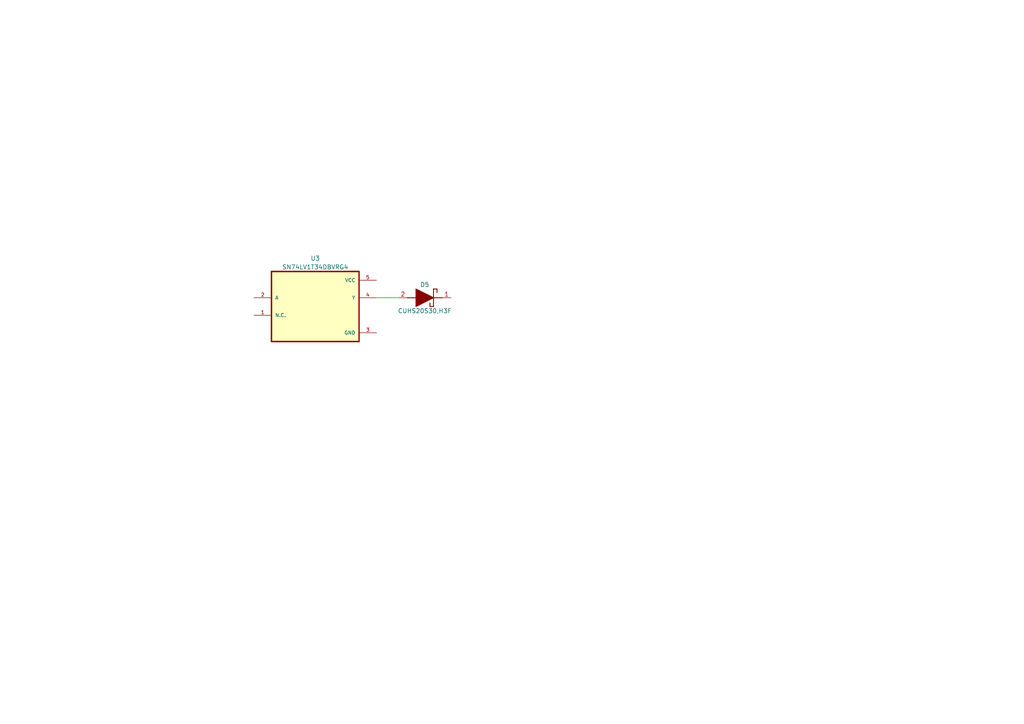
<source format=kicad_sch>
(kicad_sch (version 20230121) (generator eeschema)
  (paper "A4")
  (lib_symbols
    (symbol "sharp-ce140f-emul:CUHS20S30,H3F" (pin_names hide)
      (property "Reference" "D" (at 12.7 8.89 0))
      (property "Value" "CUHS20S30,H3F" (at 12.7 6.35 0))
      (symbol "CUHS20S30,H3F_1_1"
        (polyline (pts (xy 5.08 0) (xy 7.62 0)) (stroke (width 0.254)))
        (polyline (pts (xy 6.604 -1.524) (xy 6.604 -2.54)) (stroke (width 0.254)))
        (polyline (pts (xy 7.62 -2.54) (xy 6.604 -2.54)) (stroke (width 0.254)))
        (polyline (pts (xy 7.62 2.54) (xy 7.62 -2.54)) (stroke (width 0.254)))
        (polyline (pts (xy 7.62 2.54) (xy 8.636 2.54)) (stroke (width 0.254)))
        (polyline (pts (xy 8.636 1.524) (xy 8.636 2.54)) (stroke (width 0.254)))
        (polyline (pts (xy 12.7 0) (xy 15.24 0)) (stroke (width 0.254)))
        (polyline (pts (xy 7.62 0) (xy 12.7 2.54) (xy 12.7 -2.54) (xy 7.62 0)) (stroke (width 0.254)) (fill (type outline)))
        (pin passive line (at 2.54 0 0) (length 2.54) (name "K") (number "1"))
        (pin passive line (at 17.78 0 180) (length 2.54) (name "A") (number "2"))
      )
    )
    (symbol "sharp-ce140f-emul:SN74LV1T34DBVRG4" (pin_names (offset 1.016))
      (property "Reference" "U" (at -12.7 11.16 0))
      (property "Value" "SN74LV1T34DBVRG4" (at -12.7 -14.16 0))
      (symbol "SN74LV1T34DBVRG4_0_0"
        (rectangle (start -12.7 -10.16) (end 12.7 10.16) (stroke (width 0.41)) (fill (type background)))
        (pin bidirectional line (at -17.78 -2.54 0) (length 5.08) (name "N.C.") (number "1"))
        (pin input line (at -17.78 2.54 0) (length 5.08) (name "A") (number "2"))
        (pin power_in line (at 17.78 -7.62 180) (length 5.08) (name "GND") (number "3"))
        (pin output line (at 17.78 2.54 180) (length 5.08) (name "Y") (number "4"))
        (pin power_in line (at 17.78 7.62 180) (length 5.08) (name "VCC") (number "5"))
      )
    )
  )
  (wire (pts (xy 115.57 86.36) (xy 109.22 86.36)))
  (symbol (lib_id "sharp-ce140f-emul:CUHS20S30,H3F") (at 133.35 86.36 180) (unit 1)
    (property "Reference" "D5" (at 123.19 82.55 0))
    (property "Value" "CUHS20S30,H3F" (at 123.19 90.17 0))
    (property "Footprint" "CUHS20S40H3F" (effects hide))
    (property "Datasheet" "https://toshiba.semicon-storage.com/info/docget.jsp?did=63606&prodName=CUHS20S30" (effects hide))
    (property "Manufacturer_Name" "Toshiba" (effects hide))
    (property "Manufacturer_Part_Number" "CUHS20S30,H3F" (effects hide))
    (property "Mouser Part Number" "757-CUHS20S30H3F" (effects hide))
    (property "Mouser Price/Stock" "https://www.mouser.co.uk/ProductDetail/Toshiba/CUHS20S30H3F?qs=PqoDHHvF64%252BnIC9Qnnw9zg%3D%3D" (effects hide))
    (instances (project "sharp-ce140f-emul_v2" (path "" (reference "D5") (unit 1))) (project "sharp-ce140f-emul_v1" (path "" (reference "D1") (unit 1))))
  )
  (symbol (lib_id "sharp-ce140f-emul:SN74LV1T34DBVRG4") (at 91.44 88.9 0) (unit 1)
    (property "Reference" "U3" (at 91.44 74.93 0))
    (property "Value" "SN74LV1T34DBVRG4" (at 91.44 77.47 0))
    (property "Footprint" "SOT95P280X145-5N" (effects hide))
    (instances (project "sharp-ce140f-emul_v2" (path "" (reference "U3") (unit 1))) (project "sharp-ce140f-emul_v1" (path "" (reference "U3") (unit 1)) (path "" (reference "U4") (unit 1)) (path "" (reference "U5") (unit 1)) (path "" (reference "U6") (unit 1)) (path "" (reference "U7") (unit 1))))
  )
)
</source>
